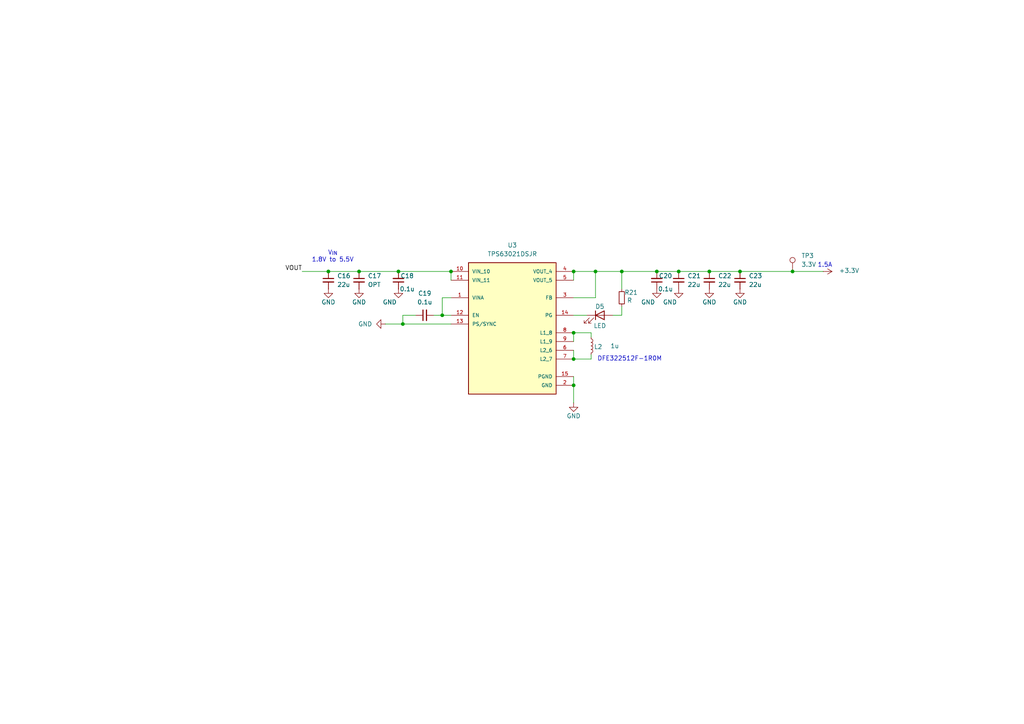
<source format=kicad_sch>
(kicad_sch (version 20231120) (generator "eeschema") (generator_version "8.0")
  (paper "A4")
  (lib_symbols
    (symbol "Connector:TestPoint" (pin_numbers hide) (pin_names (offset 0.762) hide)
      (property "Reference" "TP" (at 0 6.858 0))
      (property "Value" "TestPoint" (at 0 5.08 0))
      (symbol "TestPoint_0_1"
        (circle (center 0 3.302) (radius 0.762))
      )
      (symbol "TestPoint_1_1"
        (pin passive line (at 0 0 90) (length 2.54) (name "1") (number "1"))
      )
    )
    (symbol "Device:C_Small" (pin_numbers hide) (pin_names (offset 0.254) hide)
      (property "Reference" "C" (at 0.254 1.778 0))
      (property "Value" "C_Small" (at 0.254 -2.032 0))
      (symbol "C_Small_0_1"
        (polyline (pts (xy -1.524 -0.508) (xy 1.524 -0.508)) (stroke (width 0.3302)))
        (polyline (pts (xy -1.524 0.508) (xy 1.524 0.508)) (stroke (width 0.3048)))
      )
      (symbol "C_Small_1_1"
        (pin passive line (at 0 2.54 270) (length 2.032) (name "~") (number "1"))
        (pin passive line (at 0 -2.54 90) (length 2.032) (name "~") (number "2"))
      )
    )
    (symbol "Device:LED" (pin_numbers hide) (pin_names (offset 1.016) hide)
      (property "Reference" "D" (at 0 2.54 0))
      (property "Value" "LED" (at 0 -2.54 0))
      (symbol "LED_0_1"
        (polyline (pts (xy -1.27 -1.27) (xy -1.27 1.27)) (stroke (width 0.254)))
        (polyline (pts (xy -1.27 0) (xy 1.27 0)))
        (polyline (pts (xy 1.27 -1.27) (xy 1.27 1.27) (xy -1.27 0) (xy 1.27 -1.27)) (stroke (width 0.254)))
        (polyline (pts (xy -3.048 -0.762) (xy -4.572 -2.286) (xy -3.81 -2.286) (xy -4.572 -2.286) (xy -4.572 -1.524)))
        (polyline (pts (xy -1.778 -0.762) (xy -3.302 -2.286) (xy -2.54 -2.286) (xy -3.302 -2.286) (xy -3.302 -1.524)))
      )
      (symbol "LED_1_1"
        (pin passive line (at -3.81 0 0) (length 2.54) (name "K") (number "1"))
        (pin passive line (at 3.81 0 180) (length 2.54) (name "A") (number "2"))
      )
    )
    (symbol "Device:L_Small" (pin_numbers hide) (pin_names (offset 0.254) hide)
      (property "Reference" "L" (at 0.762 1.016 0))
      (property "Value" "L_Small" (at 0.762 -1.016 0))
      (symbol "L_Small_0_1"
        (arc (start 0 -2.032) (mid 0.5058 -1.524) (end 0 -1.016))
        (arc (start 0 -1.016) (mid 0.5058 -0.508) (end 0 0))
        (arc (start 0 0) (mid 0.5058 0.508) (end 0 1.016))
        (arc (start 0 1.016) (mid 0.5058 1.524) (end 0 2.032))
      )
      (symbol "L_Small_1_1"
        (pin passive line (at 0 2.54 270) (length 0.508) (name "~") (number "1"))
        (pin passive line (at 0 -2.54 90) (length 0.508) (name "~") (number "2"))
      )
    )
    (symbol "Device:R_Small" (pin_numbers hide) (pin_names (offset 0.254) hide)
      (property "Reference" "R" (at 0.762 0.508 0))
      (property "Value" "R_Small" (at 0.762 -1.016 0))
      (symbol "R_Small_0_1"
        (rectangle (start -0.762 1.778) (end 0.762 -1.778) (stroke (width 0.2032)))
      )
      (symbol "R_Small_1_1"
        (pin passive line (at 0 2.54 270) (length 0.762) (name "~") (number "1"))
        (pin passive line (at 0 -2.54 90) (length 0.762) (name "~") (number "2"))
      )
    )
    (symbol "TPS63021DSJR:TPS63021DSJR" (pin_names (offset 1.016))
      (property "Reference" "U" (at -12.7 19.05 0))
      (property "Value" "TPS63021DSJR" (at -12.7 -21.59 0))
      (symbol "TPS63021DSJR_0_0"
        (rectangle (start -12.7 -20.32) (end 12.7 17.78) (stroke (width 0.254)) (fill (type background)))
        (pin input line (at -17.78 7.62 0) (length 5.08) (name "VINA") (number "1"))
        (pin input line (at -17.78 15.24 0) (length 5.08) (name "VIN_10") (number "10"))
        (pin input line (at -17.78 12.7 0) (length 5.08) (name "VIN_11") (number "11"))
        (pin input line (at -17.78 2.54 0) (length 5.08) (name "EN") (number "12"))
        (pin input line (at -17.78 0 0) (length 5.08) (name "PS/SYNC") (number "13"))
        (pin output line (at 17.78 2.54 180) (length 5.08) (name "PG") (number "14"))
        (pin power_in line (at 17.78 -15.24 180) (length 5.08) (name "PGND") (number "15"))
        (pin power_in line (at 17.78 -17.78 180) (length 5.08) (name "GND") (number "2"))
        (pin input line (at 17.78 7.62 180) (length 5.08) (name "FB") (number "3"))
        (pin output line (at 17.78 15.24 180) (length 5.08) (name "VOUT_4") (number "4"))
        (pin output line (at 17.78 12.7 180) (length 5.08) (name "VOUT_5") (number "5"))
        (pin passive line (at 17.78 -7.62 180) (length 5.08) (name "L2_6") (number "6"))
        (pin passive line (at 17.78 -10.16 180) (length 5.08) (name "L2_7") (number "7"))
        (pin passive line (at 17.78 -2.54 180) (length 5.08) (name "L1_8") (number "8"))
        (pin passive line (at 17.78 -5.08 180) (length 5.08) (name "L1_9") (number "9"))
      )
    )
    (symbol "power:+3.3V" (power) (pin_numbers hide) (pin_names (offset 0) hide)
      (property "Value" "+3.3V" (at 0 3.556 0))
      (symbol "+3.3V_0_1"
        (polyline (pts (xy -0.762 1.27) (xy 0 2.54)))
        (polyline (pts (xy 0 0) (xy 0 2.54)))
        (polyline (pts (xy 0 2.54) (xy 0.762 1.27)))
      )
      (symbol "+3.3V_1_1"
        (pin power_in line (at 0 0 90) (length 0) (name "~") (number "1"))
      )
    )
    (symbol "power:GND" (power) (pin_numbers hide) (pin_names (offset 0) hide)
      (property "Value" "GND" (at 0 -3.81 0))
      (symbol "GND_0_1"
        (polyline (pts (xy 0 0) (xy 0 -1.27) (xy 1.27 -1.27) (xy 0 -2.54) (xy -1.27 -1.27) (xy 0 -1.27)))
      )
      (symbol "GND_1_1"
        (pin power_in line (at 0 0 270) (length 0) (name "~") (number "1"))
      )
    )
  )
  (junction (at 116.84 93.98))
  (junction (at 229.87 78.74))
  (junction (at 196.85 78.74))
  (junction (at 95.25 78.74))
  (junction (at 190.5 78.74))
  (junction (at 166.37 96.52))
  (junction (at 166.37 104.14))
  (junction (at 104.14 78.74))
  (junction (at 115.57 78.74))
  (junction (at 130.81 78.74))
  (junction (at 205.74 78.74))
  (junction (at 166.37 78.74))
  (junction (at 180.34 78.74))
  (junction (at 172.72 78.74))
  (junction (at 166.37 111.76))
  (junction (at 214.63 78.74))
  (junction (at 128.27 91.44))
  (wire (pts (xy 166.37 101.6) (xy 166.37 104.14)))
  (wire (pts (xy 130.81 93.98) (xy 116.84 93.98)))
  (wire (pts (xy 180.34 88.9) (xy 180.34 91.44)))
  (wire (pts (xy 229.87 78.74) (xy 238.76 78.74)))
  (wire (pts (xy 130.81 86.36) (xy 128.27 86.36)))
  (wire (pts (xy 180.34 78.74) (xy 180.34 83.82)))
  (wire (pts (xy 171.45 96.52) (xy 166.37 96.52)))
  (wire (pts (xy 87.63 78.74) (xy 95.25 78.74)))
  (wire (pts (xy 115.57 78.74) (xy 130.81 78.74)))
  (wire (pts (xy 128.27 91.44) (xy 130.81 91.44)))
  (wire (pts (xy 104.14 78.74) (xy 115.57 78.74)))
  (wire (pts (xy 166.37 96.52) (xy 166.37 99.06)))
  (wire (pts (xy 116.84 93.98) (xy 116.84 91.44)))
  (wire (pts (xy 166.37 78.74) (xy 166.37 81.28)))
  (wire (pts (xy 177.8 91.44) (xy 180.34 91.44)))
  (wire (pts (xy 166.37 91.44) (xy 170.18 91.44)))
  (wire (pts (xy 95.25 78.74) (xy 104.14 78.74)))
  (wire (pts (xy 205.74 78.74) (xy 214.63 78.74)))
  (wire (pts (xy 172.72 86.36) (xy 172.72 78.74)))
  (wire (pts (xy 111.76 93.98) (xy 116.84 93.98)))
  (wire (pts (xy 130.81 78.74) (xy 130.81 81.28)))
  (wire (pts (xy 190.5 78.74) (xy 196.85 78.74)))
  (wire (pts (xy 166.37 109.22) (xy 166.37 111.76)))
  (wire (pts (xy 171.45 102.87) (xy 171.45 104.14)))
  (wire (pts (xy 171.45 97.79) (xy 171.45 96.52)))
  (wire (pts (xy 116.84 91.44) (xy 120.65 91.44)))
  (wire (pts (xy 196.85 78.74) (xy 205.74 78.74)))
  (wire (pts (xy 128.27 86.36) (xy 128.27 91.44)))
  (wire (pts (xy 214.63 78.74) (xy 229.87 78.74)))
  (wire (pts (xy 166.37 86.36) (xy 172.72 86.36)))
  (wire (pts (xy 128.27 91.44) (xy 125.73 91.44)))
  (wire (pts (xy 180.34 78.74) (xy 190.5 78.74)))
  (wire (pts (xy 166.37 78.74) (xy 172.72 78.74)))
  (wire (pts (xy 166.37 111.76) (xy 166.37 116.84)))
  (wire (pts (xy 171.45 104.14) (xy 166.37 104.14)))
  (wire (pts (xy 172.72 78.74) (xy 180.34 78.74)))
  (text "1.5A" (at 239.268 76.962 0) (effects (font (size 1.27 1.27))))
  (text "V_{IN}\n1.8V to 5.5V" (at 96.52 74.422 0) (effects (font (size 1.27 1.27))))
  (text "DFE322512F-1R0M" (at 182.626 104.14 0) (effects (font (size 1.27 1.27))))
  (label "VOUT" (at 87.63 78.74 180))
  (symbol (lib_id "TPS63021DSJR:TPS63021DSJR") (at 148.59 93.98 0) (unit 1)
    (property "Reference" "U3" (at 148.59 71.12 0))
    (property "Value" "TPS63021DSJR" (at 148.59 73.66 0))
    (property "Footprint" "TPS63021DSJR:IC_TPS63021DSJR" (effects (hide yes)))
    (property "MFANUFACTURER" "Texas Instruments" (effects (hide yes)))
    (property "MOUSER-PURCHASE-URL" "https://snapeda.com/shop?store=Mouser&id=296571" (effects (hide yes)))
    (property "TEXAS_INSTRUMENTS-PURCHASE-URL" "https://snapeda.com/shop?store=Texas+Instruments&id=296571" (effects (hide yes)))
    (property "PACKAGE" "VSON-14 Texas Instruments" (effects (hide yes)))
    (property "PRICE" "None" (effects (hide yes)))
    (property "STANDARD" "Manufacturer Recommendations" (effects (hide yes)))
    (property "PARTREV" "I" (effects (hide yes)))
    (property "MP" "TPS63021DSJR" (effects (hide yes)))
    (property "DIGIKEY-PURCHASE-URL" "https://snapeda.com/shop?store=DigiKey&id=296571" (effects (hide yes)))
    (property "MAXIMUM_PACKAGE_HEIGHT" "1.00mm" (effects (hide yes)))
    (property "AVAILABILITY" "Good" (effects (hide yes)))
    (property "DESCRIPTION" "High Efficiency Single Inductor Buck-Boost Converter with 4A Switch 14-VSON -40 to 85" (effects (hide yes)))
  )
  (symbol (lib_id "Device:C_Small") (at 115.57 81.28 180) (unit 1)
    (property "Reference" "C18" (at 118.11 80.01 0))
    (property "Value" "0.1u" (at 118.11 83.82 0))
    (property "Footprint" "Capacitor_SMD:C_0603_1608Metric_Pad1.08x0.95mm_HandSolder" (effects (hide yes)))
    (property "Description" "Unpolarized capacitor, small symbol" (effects (hide yes)))
  )
  (symbol (lib_id "power:GND") (at 214.63 83.82 0) (unit 1)
    (property "Reference" "#PWR040" (effects (hide yes)))
    (property "Value" "GND" (at 214.63 87.63 0))
    (property "Description" "Power symbol creates a global label with name \"GND\" , ground" (effects (hide yes)))
  )
  (symbol (lib_id "power:GND") (at 111.76 93.98 270) (unit 1)
    (property "Reference" "#PWR034" (effects (hide yes)))
    (property "Value" "GND" (at 105.918 93.98 90))
    (property "Description" "Power symbol creates a global label with name \"GND\" , ground" (effects (hide yes)))
  )
  (symbol (lib_id "power:GND") (at 190.5 83.82 0) (unit 1)
    (property "Reference" "#PWR037" (effects (hide yes)))
    (property "Value" "GND" (at 187.96 87.63 0))
    (property "Description" "Power symbol creates a global label with name \"GND\" , ground" (effects (hide yes)))
  )
  (symbol (lib_id "power:GND") (at 166.37 116.84 0) (unit 1)
    (property "Reference" "#PWR036" (effects (hide yes)))
    (property "Value" "GND" (at 166.37 120.65 0))
    (property "Description" "Power symbol creates a global label with name \"GND\" , ground" (effects (hide yes)))
  )
  (symbol (lib_id "power:GND") (at 115.57 83.82 0) (unit 1)
    (property "Reference" "#PWR035" (effects (hide yes)))
    (property "Value" "GND" (at 113.03 87.63 0))
    (property "Description" "Power symbol creates a global label with name \"GND\" , ground" (effects (hide yes)))
  )
  (symbol (lib_id "Device:C_Small") (at 123.19 91.44 90) (unit 1)
    (property "Reference" "C19" (at 123.1963 85.09 90))
    (property "Value" "0.1u" (at 123.1963 87.63 90))
    (property "Footprint" "Capacitor_SMD:C_0603_1608Metric_Pad1.08x0.95mm_HandSolder" (effects (hide yes)))
    (property "Description" "Unpolarized capacitor, small symbol" (effects (hide yes)))
  )
  (symbol (lib_id "Device:C_Small") (at 190.5 81.28 180) (unit 1)
    (property "Reference" "C20" (at 193.04 80.01 0))
    (property "Value" "0.1u" (at 193.04 83.82 0))
    (property "Footprint" "Capacitor_SMD:C_0603_1608Metric_Pad1.08x0.95mm_HandSolder" (effects (hide yes)))
    (property "Description" "Unpolarized capacitor, small symbol" (effects (hide yes)))
  )
  (symbol (lib_id "Device:C_Small") (at 196.85 81.28 0) (unit 1)
    (property "Reference" "C21" (at 199.39 80.0162 0) (effects (justify left)))
    (property "Value" "22u" (at 199.39 82.5562 0) (effects (justify left)))
    (property "Footprint" "Capacitor_SMD:C_0805_2012Metric_Pad1.18x1.45mm_HandSolder" (effects (hide yes)))
    (property "Description" "Unpolarized capacitor, small symbol" (effects (hide yes)))
  )
  (symbol (lib_id "Device:C_Small") (at 205.74 81.28 0) (unit 1)
    (property "Reference" "C22" (at 208.28 80.0162 0) (effects (justify left)))
    (property "Value" "22u" (at 208.28 82.5562 0) (effects (justify left)))
    (property "Footprint" "Capacitor_SMD:C_0805_2012Metric_Pad1.18x1.45mm_HandSolder" (effects (hide yes)))
    (property "Description" "Unpolarized capacitor, small symbol" (effects (hide yes)))
  )
  (symbol (lib_id "Device:LED") (at 173.99 91.44 0) (unit 1)
    (property "Reference" "D5" (at 173.99 88.9 0))
    (property "Value" "LED" (at 173.99 94.488 0))
    (property "Footprint" "LED_SMD:LED_0603_1608Metric" (effects (hide yes)))
    (property "Description" "Light emitting diode" (effects (hide yes)))
  )
  (symbol (lib_id "Device:C_Small") (at 104.14 81.28 0) (unit 1)
    (property "Reference" "C17" (at 106.68 80.0162 0) (effects (justify left)))
    (property "Value" "OPT" (at 106.68 82.5562 0) (effects (justify left)))
    (property "Footprint" "Capacitor_SMD:C_0805_2012Metric_Pad1.18x1.45mm_HandSolder" (effects (hide yes)))
    (property "Description" "Unpolarized capacitor, small symbol" (effects (hide yes)))
  )
  (symbol (lib_id "power:GND") (at 104.14 83.82 0) (unit 1)
    (property "Reference" "#PWR033" (effects (hide yes)))
    (property "Value" "GND" (at 104.14 87.63 0))
    (property "Description" "Power symbol creates a global label with name \"GND\" , ground" (effects (hide yes)))
  )
  (symbol (lib_id "Device:L_Small") (at 171.45 100.33 0) (unit 1)
    (property "Reference" "L2" (at 173.482 100.584 0))
    (property "Value" "1u" (at 178.308 100.33 0))
    (property "Footprint" "Inductor_SMD:L_1210_3225Metric" (effects (hide yes)))
    (property "Description" "DFE322512F-1R0M" (effects (hide yes)))
  )
  (symbol (lib_id "power:GND") (at 205.74 83.82 0) (unit 1)
    (property "Reference" "#PWR039" (effects (hide yes)))
    (property "Value" "GND" (at 205.74 87.63 0))
    (property "Description" "Power symbol creates a global label with name \"GND\" , ground" (effects (hide yes)))
  )
  (symbol (lib_id "power:+3.3V") (at 238.76 78.74 270) (unit 1)
    (property "Reference" "#PWR041" (effects (hide yes)))
    (property "Value" "+3.3V" (at 243.332 78.486 90) (effects (justify left)))
    (property "Description" "Power symbol creates a global label with name \"+3.3V\"" (effects (hide yes)))
  )
  (symbol (lib_id "power:GND") (at 196.85 83.82 0) (unit 1)
    (property "Reference" "#PWR038" (effects (hide yes)))
    (property "Value" "GND" (at 194.31 87.63 0))
    (property "Description" "Power symbol creates a global label with name \"GND\" , ground" (effects (hide yes)))
  )
  (symbol (lib_id "Device:C_Small") (at 214.63 81.28 0) (unit 1)
    (property "Reference" "C23" (at 217.17 80.0162 0) (effects (justify left)))
    (property "Value" "22u" (at 217.17 82.5562 0) (effects (justify left)))
    (property "Footprint" "Capacitor_SMD:C_0805_2012Metric_Pad1.18x1.45mm_HandSolder" (effects (hide yes)))
    (property "Description" "Unpolarized capacitor, small symbol" (effects (hide yes)))
  )
  (symbol (lib_id "Device:R_Small") (at 180.34 86.36 180) (unit 1)
    (property "Reference" "R21" (at 181.102 84.836 0) (effects (justify right)))
    (property "Value" "R" (at 181.864 87.122 0) (effects (justify right)))
    (property "Footprint" "Resistor_SMD:R_0603_1608Metric_Pad0.98x0.95mm_HandSolder" (effects (hide yes)))
    (property "Description" "Resistor, small symbol" (effects (hide yes)))
  )
  (symbol (lib_id "Device:C_Small") (at 95.25 81.28 0) (unit 1)
    (property "Reference" "C16" (at 97.79 80.0162 0) (effects (justify left)))
    (property "Value" "22u" (at 97.79 82.5562 0) (effects (justify left)))
    (property "Footprint" "Capacitor_SMD:C_0805_2012Metric_Pad1.18x1.45mm_HandSolder" (effects (hide yes)))
    (property "Description" "Unpolarized capacitor, small symbol" (effects (hide yes)))
  )
  (symbol (lib_id "Connector:TestPoint") (at 229.87 78.74 0) (unit 1)
    (property "Reference" "TP3" (at 232.41 74.1679 0) (effects (justify left)))
    (property "Value" "3.3V" (at 232.41 76.7079 0) (effects (justify left)))
    (property "Footprint" "Connector_Pin:Pin_D1.1mm_L8.5mm_W2.5mm_FlatFork" (effects (hide yes)))
    (property "Description" "test point" (effects (hide yes)))
  )
  (symbol (lib_id "power:GND") (at 95.25 83.82 0) (unit 1)
    (property "Reference" "#PWR032" (effects (hide yes)))
    (property "Value" "GND" (at 95.25 87.63 0))
    (property "Description" "Power symbol creates a global label with name \"GND\" , ground" (effects (hide yes)))
  )
)
</source>
